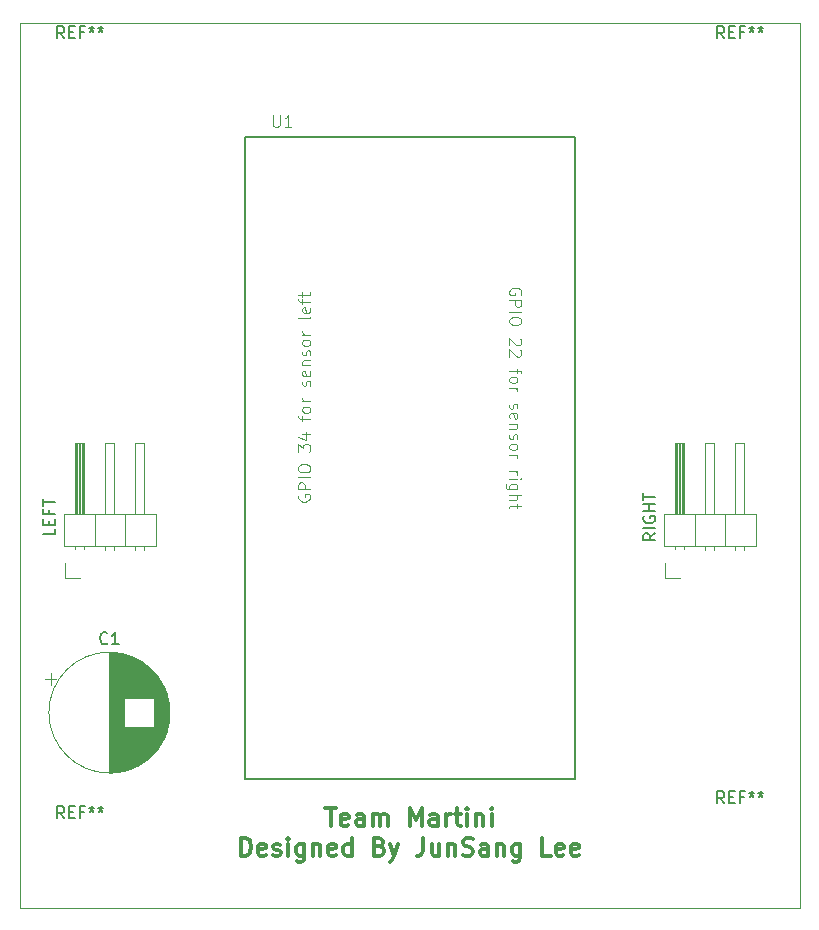
<source format=gbr>
%TF.GenerationSoftware,KiCad,Pcbnew,(5.1.9)-1*%
%TF.CreationDate,2021-05-26T20:45:15+09:00*%
%TF.ProjectId,esp32_nodemcu,65737033-325f-46e6-9f64-656d63752e6b,rev?*%
%TF.SameCoordinates,Original*%
%TF.FileFunction,Legend,Top*%
%TF.FilePolarity,Positive*%
%FSLAX46Y46*%
G04 Gerber Fmt 4.6, Leading zero omitted, Abs format (unit mm)*
G04 Created by KiCad (PCBNEW (5.1.9)-1) date 2021-05-26 20:45:15*
%MOMM*%
%LPD*%
G01*
G04 APERTURE LIST*
%ADD10C,0.300000*%
%ADD11C,0.100000*%
%TA.AperFunction,Profile*%
%ADD12C,0.050000*%
%TD*%
%ADD13C,0.127000*%
%ADD14C,0.120000*%
%ADD15C,0.015000*%
%ADD16C,0.150000*%
G04 APERTURE END LIST*
D10*
X150337142Y-124903571D02*
X151194285Y-124903571D01*
X150765714Y-126403571D02*
X150765714Y-124903571D01*
X152265714Y-126332142D02*
X152122857Y-126403571D01*
X151837142Y-126403571D01*
X151694285Y-126332142D01*
X151622857Y-126189285D01*
X151622857Y-125617857D01*
X151694285Y-125475000D01*
X151837142Y-125403571D01*
X152122857Y-125403571D01*
X152265714Y-125475000D01*
X152337142Y-125617857D01*
X152337142Y-125760714D01*
X151622857Y-125903571D01*
X153622857Y-126403571D02*
X153622857Y-125617857D01*
X153551428Y-125475000D01*
X153408571Y-125403571D01*
X153122857Y-125403571D01*
X152980000Y-125475000D01*
X153622857Y-126332142D02*
X153480000Y-126403571D01*
X153122857Y-126403571D01*
X152980000Y-126332142D01*
X152908571Y-126189285D01*
X152908571Y-126046428D01*
X152980000Y-125903571D01*
X153122857Y-125832142D01*
X153480000Y-125832142D01*
X153622857Y-125760714D01*
X154337142Y-126403571D02*
X154337142Y-125403571D01*
X154337142Y-125546428D02*
X154408571Y-125475000D01*
X154551428Y-125403571D01*
X154765714Y-125403571D01*
X154908571Y-125475000D01*
X154980000Y-125617857D01*
X154980000Y-126403571D01*
X154980000Y-125617857D02*
X155051428Y-125475000D01*
X155194285Y-125403571D01*
X155408571Y-125403571D01*
X155551428Y-125475000D01*
X155622857Y-125617857D01*
X155622857Y-126403571D01*
X157480000Y-126403571D02*
X157480000Y-124903571D01*
X157980000Y-125975000D01*
X158480000Y-124903571D01*
X158480000Y-126403571D01*
X159837142Y-126403571D02*
X159837142Y-125617857D01*
X159765714Y-125475000D01*
X159622857Y-125403571D01*
X159337142Y-125403571D01*
X159194285Y-125475000D01*
X159837142Y-126332142D02*
X159694285Y-126403571D01*
X159337142Y-126403571D01*
X159194285Y-126332142D01*
X159122857Y-126189285D01*
X159122857Y-126046428D01*
X159194285Y-125903571D01*
X159337142Y-125832142D01*
X159694285Y-125832142D01*
X159837142Y-125760714D01*
X160551428Y-126403571D02*
X160551428Y-125403571D01*
X160551428Y-125689285D02*
X160622857Y-125546428D01*
X160694285Y-125475000D01*
X160837142Y-125403571D01*
X160980000Y-125403571D01*
X161265714Y-125403571D02*
X161837142Y-125403571D01*
X161480000Y-124903571D02*
X161480000Y-126189285D01*
X161551428Y-126332142D01*
X161694285Y-126403571D01*
X161837142Y-126403571D01*
X162337142Y-126403571D02*
X162337142Y-125403571D01*
X162337142Y-124903571D02*
X162265714Y-124975000D01*
X162337142Y-125046428D01*
X162408571Y-124975000D01*
X162337142Y-124903571D01*
X162337142Y-125046428D01*
X163051428Y-125403571D02*
X163051428Y-126403571D01*
X163051428Y-125546428D02*
X163122857Y-125475000D01*
X163265714Y-125403571D01*
X163480000Y-125403571D01*
X163622857Y-125475000D01*
X163694285Y-125617857D01*
X163694285Y-126403571D01*
X164408571Y-126403571D02*
X164408571Y-125403571D01*
X164408571Y-124903571D02*
X164337142Y-124975000D01*
X164408571Y-125046428D01*
X164480000Y-124975000D01*
X164408571Y-124903571D01*
X164408571Y-125046428D01*
X143194285Y-128953571D02*
X143194285Y-127453571D01*
X143551428Y-127453571D01*
X143765714Y-127525000D01*
X143908571Y-127667857D01*
X143980000Y-127810714D01*
X144051428Y-128096428D01*
X144051428Y-128310714D01*
X143980000Y-128596428D01*
X143908571Y-128739285D01*
X143765714Y-128882142D01*
X143551428Y-128953571D01*
X143194285Y-128953571D01*
X145265714Y-128882142D02*
X145122857Y-128953571D01*
X144837142Y-128953571D01*
X144694285Y-128882142D01*
X144622857Y-128739285D01*
X144622857Y-128167857D01*
X144694285Y-128025000D01*
X144837142Y-127953571D01*
X145122857Y-127953571D01*
X145265714Y-128025000D01*
X145337142Y-128167857D01*
X145337142Y-128310714D01*
X144622857Y-128453571D01*
X145908571Y-128882142D02*
X146051428Y-128953571D01*
X146337142Y-128953571D01*
X146480000Y-128882142D01*
X146551428Y-128739285D01*
X146551428Y-128667857D01*
X146480000Y-128525000D01*
X146337142Y-128453571D01*
X146122857Y-128453571D01*
X145980000Y-128382142D01*
X145908571Y-128239285D01*
X145908571Y-128167857D01*
X145980000Y-128025000D01*
X146122857Y-127953571D01*
X146337142Y-127953571D01*
X146480000Y-128025000D01*
X147194285Y-128953571D02*
X147194285Y-127953571D01*
X147194285Y-127453571D02*
X147122857Y-127525000D01*
X147194285Y-127596428D01*
X147265714Y-127525000D01*
X147194285Y-127453571D01*
X147194285Y-127596428D01*
X148551428Y-127953571D02*
X148551428Y-129167857D01*
X148480000Y-129310714D01*
X148408571Y-129382142D01*
X148265714Y-129453571D01*
X148051428Y-129453571D01*
X147908571Y-129382142D01*
X148551428Y-128882142D02*
X148408571Y-128953571D01*
X148122857Y-128953571D01*
X147980000Y-128882142D01*
X147908571Y-128810714D01*
X147837142Y-128667857D01*
X147837142Y-128239285D01*
X147908571Y-128096428D01*
X147980000Y-128025000D01*
X148122857Y-127953571D01*
X148408571Y-127953571D01*
X148551428Y-128025000D01*
X149265714Y-127953571D02*
X149265714Y-128953571D01*
X149265714Y-128096428D02*
X149337142Y-128025000D01*
X149480000Y-127953571D01*
X149694285Y-127953571D01*
X149837142Y-128025000D01*
X149908571Y-128167857D01*
X149908571Y-128953571D01*
X151194285Y-128882142D02*
X151051428Y-128953571D01*
X150765714Y-128953571D01*
X150622857Y-128882142D01*
X150551428Y-128739285D01*
X150551428Y-128167857D01*
X150622857Y-128025000D01*
X150765714Y-127953571D01*
X151051428Y-127953571D01*
X151194285Y-128025000D01*
X151265714Y-128167857D01*
X151265714Y-128310714D01*
X150551428Y-128453571D01*
X152551428Y-128953571D02*
X152551428Y-127453571D01*
X152551428Y-128882142D02*
X152408571Y-128953571D01*
X152122857Y-128953571D01*
X151980000Y-128882142D01*
X151908571Y-128810714D01*
X151837142Y-128667857D01*
X151837142Y-128239285D01*
X151908571Y-128096428D01*
X151980000Y-128025000D01*
X152122857Y-127953571D01*
X152408571Y-127953571D01*
X152551428Y-128025000D01*
X154908571Y-128167857D02*
X155122857Y-128239285D01*
X155194285Y-128310714D01*
X155265714Y-128453571D01*
X155265714Y-128667857D01*
X155194285Y-128810714D01*
X155122857Y-128882142D01*
X154980000Y-128953571D01*
X154408571Y-128953571D01*
X154408571Y-127453571D01*
X154908571Y-127453571D01*
X155051428Y-127525000D01*
X155122857Y-127596428D01*
X155194285Y-127739285D01*
X155194285Y-127882142D01*
X155122857Y-128025000D01*
X155051428Y-128096428D01*
X154908571Y-128167857D01*
X154408571Y-128167857D01*
X155765714Y-127953571D02*
X156122857Y-128953571D01*
X156480000Y-127953571D02*
X156122857Y-128953571D01*
X155980000Y-129310714D01*
X155908571Y-129382142D01*
X155765714Y-129453571D01*
X158622857Y-127453571D02*
X158622857Y-128525000D01*
X158551428Y-128739285D01*
X158408571Y-128882142D01*
X158194285Y-128953571D01*
X158051428Y-128953571D01*
X159980000Y-127953571D02*
X159980000Y-128953571D01*
X159337142Y-127953571D02*
X159337142Y-128739285D01*
X159408571Y-128882142D01*
X159551428Y-128953571D01*
X159765714Y-128953571D01*
X159908571Y-128882142D01*
X159980000Y-128810714D01*
X160694285Y-127953571D02*
X160694285Y-128953571D01*
X160694285Y-128096428D02*
X160765714Y-128025000D01*
X160908571Y-127953571D01*
X161122857Y-127953571D01*
X161265714Y-128025000D01*
X161337142Y-128167857D01*
X161337142Y-128953571D01*
X161980000Y-128882142D02*
X162194285Y-128953571D01*
X162551428Y-128953571D01*
X162694285Y-128882142D01*
X162765714Y-128810714D01*
X162837142Y-128667857D01*
X162837142Y-128525000D01*
X162765714Y-128382142D01*
X162694285Y-128310714D01*
X162551428Y-128239285D01*
X162265714Y-128167857D01*
X162122857Y-128096428D01*
X162051428Y-128025000D01*
X161980000Y-127882142D01*
X161980000Y-127739285D01*
X162051428Y-127596428D01*
X162122857Y-127525000D01*
X162265714Y-127453571D01*
X162622857Y-127453571D01*
X162837142Y-127525000D01*
X164122857Y-128953571D02*
X164122857Y-128167857D01*
X164051428Y-128025000D01*
X163908571Y-127953571D01*
X163622857Y-127953571D01*
X163480000Y-128025000D01*
X164122857Y-128882142D02*
X163980000Y-128953571D01*
X163622857Y-128953571D01*
X163480000Y-128882142D01*
X163408571Y-128739285D01*
X163408571Y-128596428D01*
X163480000Y-128453571D01*
X163622857Y-128382142D01*
X163980000Y-128382142D01*
X164122857Y-128310714D01*
X164837142Y-127953571D02*
X164837142Y-128953571D01*
X164837142Y-128096428D02*
X164908571Y-128025000D01*
X165051428Y-127953571D01*
X165265714Y-127953571D01*
X165408571Y-128025000D01*
X165480000Y-128167857D01*
X165480000Y-128953571D01*
X166837142Y-127953571D02*
X166837142Y-129167857D01*
X166765714Y-129310714D01*
X166694285Y-129382142D01*
X166551428Y-129453571D01*
X166337142Y-129453571D01*
X166194285Y-129382142D01*
X166837142Y-128882142D02*
X166694285Y-128953571D01*
X166408571Y-128953571D01*
X166265714Y-128882142D01*
X166194285Y-128810714D01*
X166122857Y-128667857D01*
X166122857Y-128239285D01*
X166194285Y-128096428D01*
X166265714Y-128025000D01*
X166408571Y-127953571D01*
X166694285Y-127953571D01*
X166837142Y-128025000D01*
X169408571Y-128953571D02*
X168694285Y-128953571D01*
X168694285Y-127453571D01*
X170480000Y-128882142D02*
X170337142Y-128953571D01*
X170051428Y-128953571D01*
X169908571Y-128882142D01*
X169837142Y-128739285D01*
X169837142Y-128167857D01*
X169908571Y-128025000D01*
X170051428Y-127953571D01*
X170337142Y-127953571D01*
X170480000Y-128025000D01*
X170551428Y-128167857D01*
X170551428Y-128310714D01*
X169837142Y-128453571D01*
X171765714Y-128882142D02*
X171622857Y-128953571D01*
X171337142Y-128953571D01*
X171194285Y-128882142D01*
X171122857Y-128739285D01*
X171122857Y-128167857D01*
X171194285Y-128025000D01*
X171337142Y-127953571D01*
X171622857Y-127953571D01*
X171765714Y-128025000D01*
X171837142Y-128167857D01*
X171837142Y-128310714D01*
X171122857Y-128453571D01*
D11*
X148090000Y-98408095D02*
X148042380Y-98503333D01*
X148042380Y-98646190D01*
X148090000Y-98789047D01*
X148185238Y-98884285D01*
X148280476Y-98931904D01*
X148470952Y-98979523D01*
X148613809Y-98979523D01*
X148804285Y-98931904D01*
X148899523Y-98884285D01*
X148994761Y-98789047D01*
X149042380Y-98646190D01*
X149042380Y-98550952D01*
X148994761Y-98408095D01*
X148947142Y-98360476D01*
X148613809Y-98360476D01*
X148613809Y-98550952D01*
X149042380Y-97931904D02*
X148042380Y-97931904D01*
X148042380Y-97550952D01*
X148090000Y-97455714D01*
X148137619Y-97408095D01*
X148232857Y-97360476D01*
X148375714Y-97360476D01*
X148470952Y-97408095D01*
X148518571Y-97455714D01*
X148566190Y-97550952D01*
X148566190Y-97931904D01*
X149042380Y-96931904D02*
X148042380Y-96931904D01*
X148042380Y-96265238D02*
X148042380Y-96074761D01*
X148090000Y-95979523D01*
X148185238Y-95884285D01*
X148375714Y-95836666D01*
X148709047Y-95836666D01*
X148899523Y-95884285D01*
X148994761Y-95979523D01*
X149042380Y-96074761D01*
X149042380Y-96265238D01*
X148994761Y-96360476D01*
X148899523Y-96455714D01*
X148709047Y-96503333D01*
X148375714Y-96503333D01*
X148185238Y-96455714D01*
X148090000Y-96360476D01*
X148042380Y-96265238D01*
X148042380Y-94741428D02*
X148042380Y-94122380D01*
X148423333Y-94455714D01*
X148423333Y-94312857D01*
X148470952Y-94217619D01*
X148518571Y-94170000D01*
X148613809Y-94122380D01*
X148851904Y-94122380D01*
X148947142Y-94170000D01*
X148994761Y-94217619D01*
X149042380Y-94312857D01*
X149042380Y-94598571D01*
X148994761Y-94693809D01*
X148947142Y-94741428D01*
X148375714Y-93265238D02*
X149042380Y-93265238D01*
X147994761Y-93503333D02*
X148709047Y-93741428D01*
X148709047Y-93122380D01*
X148375714Y-92122380D02*
X148375714Y-91741428D01*
X149042380Y-91979523D02*
X148185238Y-91979523D01*
X148090000Y-91931904D01*
X148042380Y-91836666D01*
X148042380Y-91741428D01*
X149042380Y-91265238D02*
X148994761Y-91360476D01*
X148947142Y-91408095D01*
X148851904Y-91455714D01*
X148566190Y-91455714D01*
X148470952Y-91408095D01*
X148423333Y-91360476D01*
X148375714Y-91265238D01*
X148375714Y-91122380D01*
X148423333Y-91027142D01*
X148470952Y-90979523D01*
X148566190Y-90931904D01*
X148851904Y-90931904D01*
X148947142Y-90979523D01*
X148994761Y-91027142D01*
X149042380Y-91122380D01*
X149042380Y-91265238D01*
X149042380Y-90503333D02*
X148375714Y-90503333D01*
X148566190Y-90503333D02*
X148470952Y-90455714D01*
X148423333Y-90408095D01*
X148375714Y-90312857D01*
X148375714Y-90217619D01*
X148994761Y-89170000D02*
X149042380Y-89074761D01*
X149042380Y-88884285D01*
X148994761Y-88789047D01*
X148899523Y-88741428D01*
X148851904Y-88741428D01*
X148756666Y-88789047D01*
X148709047Y-88884285D01*
X148709047Y-89027142D01*
X148661428Y-89122380D01*
X148566190Y-89170000D01*
X148518571Y-89170000D01*
X148423333Y-89122380D01*
X148375714Y-89027142D01*
X148375714Y-88884285D01*
X148423333Y-88789047D01*
X148994761Y-87931904D02*
X149042380Y-88027142D01*
X149042380Y-88217619D01*
X148994761Y-88312857D01*
X148899523Y-88360476D01*
X148518571Y-88360476D01*
X148423333Y-88312857D01*
X148375714Y-88217619D01*
X148375714Y-88027142D01*
X148423333Y-87931904D01*
X148518571Y-87884285D01*
X148613809Y-87884285D01*
X148709047Y-88360476D01*
X148375714Y-87455714D02*
X149042380Y-87455714D01*
X148470952Y-87455714D02*
X148423333Y-87408095D01*
X148375714Y-87312857D01*
X148375714Y-87170000D01*
X148423333Y-87074761D01*
X148518571Y-87027142D01*
X149042380Y-87027142D01*
X148994761Y-86598571D02*
X149042380Y-86503333D01*
X149042380Y-86312857D01*
X148994761Y-86217619D01*
X148899523Y-86170000D01*
X148851904Y-86170000D01*
X148756666Y-86217619D01*
X148709047Y-86312857D01*
X148709047Y-86455714D01*
X148661428Y-86550952D01*
X148566190Y-86598571D01*
X148518571Y-86598571D01*
X148423333Y-86550952D01*
X148375714Y-86455714D01*
X148375714Y-86312857D01*
X148423333Y-86217619D01*
X149042380Y-85598571D02*
X148994761Y-85693809D01*
X148947142Y-85741428D01*
X148851904Y-85789047D01*
X148566190Y-85789047D01*
X148470952Y-85741428D01*
X148423333Y-85693809D01*
X148375714Y-85598571D01*
X148375714Y-85455714D01*
X148423333Y-85360476D01*
X148470952Y-85312857D01*
X148566190Y-85265238D01*
X148851904Y-85265238D01*
X148947142Y-85312857D01*
X148994761Y-85360476D01*
X149042380Y-85455714D01*
X149042380Y-85598571D01*
X149042380Y-84836666D02*
X148375714Y-84836666D01*
X148566190Y-84836666D02*
X148470952Y-84789047D01*
X148423333Y-84741428D01*
X148375714Y-84646190D01*
X148375714Y-84550952D01*
X149042380Y-83312857D02*
X148994761Y-83408095D01*
X148899523Y-83455714D01*
X148042380Y-83455714D01*
X148994761Y-82550952D02*
X149042380Y-82646190D01*
X149042380Y-82836666D01*
X148994761Y-82931904D01*
X148899523Y-82979523D01*
X148518571Y-82979523D01*
X148423333Y-82931904D01*
X148375714Y-82836666D01*
X148375714Y-82646190D01*
X148423333Y-82550952D01*
X148518571Y-82503333D01*
X148613809Y-82503333D01*
X148709047Y-82979523D01*
X148375714Y-82217619D02*
X148375714Y-81836666D01*
X149042380Y-82074761D02*
X148185238Y-82074761D01*
X148090000Y-82027142D01*
X148042380Y-81931904D01*
X148042380Y-81836666D01*
X148375714Y-81646190D02*
X148375714Y-81265238D01*
X148042380Y-81503333D02*
X148899523Y-81503333D01*
X148994761Y-81455714D01*
X149042380Y-81360476D01*
X149042380Y-81265238D01*
X166870000Y-81455714D02*
X166917619Y-81360476D01*
X166917619Y-81217619D01*
X166870000Y-81074761D01*
X166774761Y-80979523D01*
X166679523Y-80931904D01*
X166489047Y-80884285D01*
X166346190Y-80884285D01*
X166155714Y-80931904D01*
X166060476Y-80979523D01*
X165965238Y-81074761D01*
X165917619Y-81217619D01*
X165917619Y-81312857D01*
X165965238Y-81455714D01*
X166012857Y-81503333D01*
X166346190Y-81503333D01*
X166346190Y-81312857D01*
X165917619Y-81931904D02*
X166917619Y-81931904D01*
X166917619Y-82312857D01*
X166870000Y-82408095D01*
X166822380Y-82455714D01*
X166727142Y-82503333D01*
X166584285Y-82503333D01*
X166489047Y-82455714D01*
X166441428Y-82408095D01*
X166393809Y-82312857D01*
X166393809Y-81931904D01*
X165917619Y-82931904D02*
X166917619Y-82931904D01*
X166917619Y-83598571D02*
X166917619Y-83789047D01*
X166870000Y-83884285D01*
X166774761Y-83979523D01*
X166584285Y-84027142D01*
X166250952Y-84027142D01*
X166060476Y-83979523D01*
X165965238Y-83884285D01*
X165917619Y-83789047D01*
X165917619Y-83598571D01*
X165965238Y-83503333D01*
X166060476Y-83408095D01*
X166250952Y-83360476D01*
X166584285Y-83360476D01*
X166774761Y-83408095D01*
X166870000Y-83503333D01*
X166917619Y-83598571D01*
X166822380Y-85170000D02*
X166870000Y-85217619D01*
X166917619Y-85312857D01*
X166917619Y-85550952D01*
X166870000Y-85646190D01*
X166822380Y-85693809D01*
X166727142Y-85741428D01*
X166631904Y-85741428D01*
X166489047Y-85693809D01*
X165917619Y-85122380D01*
X165917619Y-85741428D01*
X166822380Y-86122380D02*
X166870000Y-86170000D01*
X166917619Y-86265238D01*
X166917619Y-86503333D01*
X166870000Y-86598571D01*
X166822380Y-86646190D01*
X166727142Y-86693809D01*
X166631904Y-86693809D01*
X166489047Y-86646190D01*
X165917619Y-86074761D01*
X165917619Y-86693809D01*
X166584285Y-87741428D02*
X166584285Y-88122380D01*
X165917619Y-87884285D02*
X166774761Y-87884285D01*
X166870000Y-87931904D01*
X166917619Y-88027142D01*
X166917619Y-88122380D01*
X165917619Y-88598571D02*
X165965238Y-88503333D01*
X166012857Y-88455714D01*
X166108095Y-88408095D01*
X166393809Y-88408095D01*
X166489047Y-88455714D01*
X166536666Y-88503333D01*
X166584285Y-88598571D01*
X166584285Y-88741428D01*
X166536666Y-88836666D01*
X166489047Y-88884285D01*
X166393809Y-88931904D01*
X166108095Y-88931904D01*
X166012857Y-88884285D01*
X165965238Y-88836666D01*
X165917619Y-88741428D01*
X165917619Y-88598571D01*
X165917619Y-89360476D02*
X166584285Y-89360476D01*
X166393809Y-89360476D02*
X166489047Y-89408095D01*
X166536666Y-89455714D01*
X166584285Y-89550952D01*
X166584285Y-89646190D01*
X165965238Y-90693809D02*
X165917619Y-90789047D01*
X165917619Y-90979523D01*
X165965238Y-91074761D01*
X166060476Y-91122380D01*
X166108095Y-91122380D01*
X166203333Y-91074761D01*
X166250952Y-90979523D01*
X166250952Y-90836666D01*
X166298571Y-90741428D01*
X166393809Y-90693809D01*
X166441428Y-90693809D01*
X166536666Y-90741428D01*
X166584285Y-90836666D01*
X166584285Y-90979523D01*
X166536666Y-91074761D01*
X165965238Y-91931904D02*
X165917619Y-91836666D01*
X165917619Y-91646190D01*
X165965238Y-91550952D01*
X166060476Y-91503333D01*
X166441428Y-91503333D01*
X166536666Y-91550952D01*
X166584285Y-91646190D01*
X166584285Y-91836666D01*
X166536666Y-91931904D01*
X166441428Y-91979523D01*
X166346190Y-91979523D01*
X166250952Y-91503333D01*
X166584285Y-92408095D02*
X165917619Y-92408095D01*
X166489047Y-92408095D02*
X166536666Y-92455714D01*
X166584285Y-92550952D01*
X166584285Y-92693809D01*
X166536666Y-92789047D01*
X166441428Y-92836666D01*
X165917619Y-92836666D01*
X165965238Y-93265238D02*
X165917619Y-93360476D01*
X165917619Y-93550952D01*
X165965238Y-93646190D01*
X166060476Y-93693809D01*
X166108095Y-93693809D01*
X166203333Y-93646190D01*
X166250952Y-93550952D01*
X166250952Y-93408095D01*
X166298571Y-93312857D01*
X166393809Y-93265238D01*
X166441428Y-93265238D01*
X166536666Y-93312857D01*
X166584285Y-93408095D01*
X166584285Y-93550952D01*
X166536666Y-93646190D01*
X165917619Y-94265238D02*
X165965238Y-94170000D01*
X166012857Y-94122380D01*
X166108095Y-94074761D01*
X166393809Y-94074761D01*
X166489047Y-94122380D01*
X166536666Y-94170000D01*
X166584285Y-94265238D01*
X166584285Y-94408095D01*
X166536666Y-94503333D01*
X166489047Y-94550952D01*
X166393809Y-94598571D01*
X166108095Y-94598571D01*
X166012857Y-94550952D01*
X165965238Y-94503333D01*
X165917619Y-94408095D01*
X165917619Y-94265238D01*
X165917619Y-95027142D02*
X166584285Y-95027142D01*
X166393809Y-95027142D02*
X166489047Y-95074761D01*
X166536666Y-95122380D01*
X166584285Y-95217619D01*
X166584285Y-95312857D01*
X165917619Y-96408095D02*
X166584285Y-96408095D01*
X166393809Y-96408095D02*
X166489047Y-96455714D01*
X166536666Y-96503333D01*
X166584285Y-96598571D01*
X166584285Y-96693809D01*
X165917619Y-97027142D02*
X166584285Y-97027142D01*
X166917619Y-97027142D02*
X166870000Y-96979523D01*
X166822380Y-97027142D01*
X166870000Y-97074761D01*
X166917619Y-97027142D01*
X166822380Y-97027142D01*
X166584285Y-97931904D02*
X165774761Y-97931904D01*
X165679523Y-97884285D01*
X165631904Y-97836666D01*
X165584285Y-97741428D01*
X165584285Y-97598571D01*
X165631904Y-97503333D01*
X165965238Y-97931904D02*
X165917619Y-97836666D01*
X165917619Y-97646190D01*
X165965238Y-97550952D01*
X166012857Y-97503333D01*
X166108095Y-97455714D01*
X166393809Y-97455714D01*
X166489047Y-97503333D01*
X166536666Y-97550952D01*
X166584285Y-97646190D01*
X166584285Y-97836666D01*
X166536666Y-97931904D01*
X165917619Y-98408095D02*
X166917619Y-98408095D01*
X165917619Y-98836666D02*
X166441428Y-98836666D01*
X166536666Y-98789047D01*
X166584285Y-98693809D01*
X166584285Y-98550952D01*
X166536666Y-98455714D01*
X166489047Y-98408095D01*
X166584285Y-99170000D02*
X166584285Y-99550952D01*
X166917619Y-99312857D02*
X166060476Y-99312857D01*
X165965238Y-99360476D01*
X165917619Y-99455714D01*
X165917619Y-99550952D01*
D12*
X190500000Y-58420000D02*
X190500000Y-133350000D01*
X124460000Y-58420000D02*
X190500000Y-58420000D01*
X124460000Y-133350000D02*
X124460000Y-58420000D01*
X190500000Y-133350000D02*
X124460000Y-133350000D01*
D13*
%TO.C,U1*%
X171430000Y-122500000D02*
X143530000Y-122500000D01*
X171430000Y-68100000D02*
X171430000Y-122500000D01*
X143530000Y-68100000D02*
X171430000Y-68100000D01*
X143530000Y-122500000D02*
X143530000Y-68100000D01*
D14*
%TO.C,C1*%
X137160000Y-116840000D02*
G75*
G03*
X137160000Y-116840000I-5120000J0D01*
G01*
X132040000Y-111760000D02*
X132040000Y-121920000D01*
X132080000Y-111760000D02*
X132080000Y-121920000D01*
X132120000Y-111760000D02*
X132120000Y-121920000D01*
X132160000Y-111761000D02*
X132160000Y-121919000D01*
X132200000Y-111762000D02*
X132200000Y-121918000D01*
X132240000Y-111763000D02*
X132240000Y-121917000D01*
X132280000Y-111765000D02*
X132280000Y-121915000D01*
X132320000Y-111767000D02*
X132320000Y-121913000D01*
X132360000Y-111770000D02*
X132360000Y-121910000D01*
X132400000Y-111772000D02*
X132400000Y-121908000D01*
X132440000Y-111775000D02*
X132440000Y-121905000D01*
X132480000Y-111778000D02*
X132480000Y-121902000D01*
X132520000Y-111782000D02*
X132520000Y-121898000D01*
X132560000Y-111786000D02*
X132560000Y-121894000D01*
X132600000Y-111790000D02*
X132600000Y-121890000D01*
X132640000Y-111795000D02*
X132640000Y-121885000D01*
X132680000Y-111800000D02*
X132680000Y-121880000D01*
X132720000Y-111805000D02*
X132720000Y-121875000D01*
X132761000Y-111810000D02*
X132761000Y-121870000D01*
X132801000Y-111816000D02*
X132801000Y-121864000D01*
X132841000Y-111822000D02*
X132841000Y-121858000D01*
X132881000Y-111829000D02*
X132881000Y-121851000D01*
X132921000Y-111836000D02*
X132921000Y-121844000D01*
X132961000Y-111843000D02*
X132961000Y-121837000D01*
X133001000Y-111850000D02*
X133001000Y-121830000D01*
X133041000Y-111858000D02*
X133041000Y-121822000D01*
X133081000Y-111866000D02*
X133081000Y-121814000D01*
X133121000Y-111875000D02*
X133121000Y-121805000D01*
X133161000Y-111884000D02*
X133161000Y-121796000D01*
X133201000Y-111893000D02*
X133201000Y-121787000D01*
X133241000Y-111902000D02*
X133241000Y-121778000D01*
X133281000Y-111912000D02*
X133281000Y-121768000D01*
X133321000Y-111922000D02*
X133321000Y-115599000D01*
X133321000Y-118081000D02*
X133321000Y-121758000D01*
X133361000Y-111933000D02*
X133361000Y-115599000D01*
X133361000Y-118081000D02*
X133361000Y-121747000D01*
X133401000Y-111943000D02*
X133401000Y-115599000D01*
X133401000Y-118081000D02*
X133401000Y-121737000D01*
X133441000Y-111955000D02*
X133441000Y-115599000D01*
X133441000Y-118081000D02*
X133441000Y-121725000D01*
X133481000Y-111966000D02*
X133481000Y-115599000D01*
X133481000Y-118081000D02*
X133481000Y-121714000D01*
X133521000Y-111978000D02*
X133521000Y-115599000D01*
X133521000Y-118081000D02*
X133521000Y-121702000D01*
X133561000Y-111990000D02*
X133561000Y-115599000D01*
X133561000Y-118081000D02*
X133561000Y-121690000D01*
X133601000Y-112003000D02*
X133601000Y-115599000D01*
X133601000Y-118081000D02*
X133601000Y-121677000D01*
X133641000Y-112016000D02*
X133641000Y-115599000D01*
X133641000Y-118081000D02*
X133641000Y-121664000D01*
X133681000Y-112029000D02*
X133681000Y-115599000D01*
X133681000Y-118081000D02*
X133681000Y-121651000D01*
X133721000Y-112043000D02*
X133721000Y-115599000D01*
X133721000Y-118081000D02*
X133721000Y-121637000D01*
X133761000Y-112057000D02*
X133761000Y-115599000D01*
X133761000Y-118081000D02*
X133761000Y-121623000D01*
X133801000Y-112072000D02*
X133801000Y-115599000D01*
X133801000Y-118081000D02*
X133801000Y-121608000D01*
X133841000Y-112086000D02*
X133841000Y-115599000D01*
X133841000Y-118081000D02*
X133841000Y-121594000D01*
X133881000Y-112102000D02*
X133881000Y-115599000D01*
X133881000Y-118081000D02*
X133881000Y-121578000D01*
X133921000Y-112117000D02*
X133921000Y-115599000D01*
X133921000Y-118081000D02*
X133921000Y-121563000D01*
X133961000Y-112133000D02*
X133961000Y-115599000D01*
X133961000Y-118081000D02*
X133961000Y-121547000D01*
X134001000Y-112150000D02*
X134001000Y-115599000D01*
X134001000Y-118081000D02*
X134001000Y-121530000D01*
X134041000Y-112166000D02*
X134041000Y-115599000D01*
X134041000Y-118081000D02*
X134041000Y-121514000D01*
X134081000Y-112183000D02*
X134081000Y-115599000D01*
X134081000Y-118081000D02*
X134081000Y-121497000D01*
X134121000Y-112201000D02*
X134121000Y-115599000D01*
X134121000Y-118081000D02*
X134121000Y-121479000D01*
X134161000Y-112219000D02*
X134161000Y-115599000D01*
X134161000Y-118081000D02*
X134161000Y-121461000D01*
X134201000Y-112237000D02*
X134201000Y-115599000D01*
X134201000Y-118081000D02*
X134201000Y-121443000D01*
X134241000Y-112256000D02*
X134241000Y-115599000D01*
X134241000Y-118081000D02*
X134241000Y-121424000D01*
X134281000Y-112276000D02*
X134281000Y-115599000D01*
X134281000Y-118081000D02*
X134281000Y-121404000D01*
X134321000Y-112295000D02*
X134321000Y-115599000D01*
X134321000Y-118081000D02*
X134321000Y-121385000D01*
X134361000Y-112315000D02*
X134361000Y-115599000D01*
X134361000Y-118081000D02*
X134361000Y-121365000D01*
X134401000Y-112336000D02*
X134401000Y-115599000D01*
X134401000Y-118081000D02*
X134401000Y-121344000D01*
X134441000Y-112357000D02*
X134441000Y-115599000D01*
X134441000Y-118081000D02*
X134441000Y-121323000D01*
X134481000Y-112378000D02*
X134481000Y-115599000D01*
X134481000Y-118081000D02*
X134481000Y-121302000D01*
X134521000Y-112400000D02*
X134521000Y-115599000D01*
X134521000Y-118081000D02*
X134521000Y-121280000D01*
X134561000Y-112423000D02*
X134561000Y-115599000D01*
X134561000Y-118081000D02*
X134561000Y-121257000D01*
X134601000Y-112445000D02*
X134601000Y-115599000D01*
X134601000Y-118081000D02*
X134601000Y-121235000D01*
X134641000Y-112469000D02*
X134641000Y-115599000D01*
X134641000Y-118081000D02*
X134641000Y-121211000D01*
X134681000Y-112493000D02*
X134681000Y-115599000D01*
X134681000Y-118081000D02*
X134681000Y-121187000D01*
X134721000Y-112517000D02*
X134721000Y-115599000D01*
X134721000Y-118081000D02*
X134721000Y-121163000D01*
X134761000Y-112542000D02*
X134761000Y-115599000D01*
X134761000Y-118081000D02*
X134761000Y-121138000D01*
X134801000Y-112567000D02*
X134801000Y-115599000D01*
X134801000Y-118081000D02*
X134801000Y-121113000D01*
X134841000Y-112593000D02*
X134841000Y-115599000D01*
X134841000Y-118081000D02*
X134841000Y-121087000D01*
X134881000Y-112619000D02*
X134881000Y-115599000D01*
X134881000Y-118081000D02*
X134881000Y-121061000D01*
X134921000Y-112646000D02*
X134921000Y-115599000D01*
X134921000Y-118081000D02*
X134921000Y-121034000D01*
X134961000Y-112674000D02*
X134961000Y-115599000D01*
X134961000Y-118081000D02*
X134961000Y-121006000D01*
X135001000Y-112702000D02*
X135001000Y-115599000D01*
X135001000Y-118081000D02*
X135001000Y-120978000D01*
X135041000Y-112730000D02*
X135041000Y-115599000D01*
X135041000Y-118081000D02*
X135041000Y-120950000D01*
X135081000Y-112760000D02*
X135081000Y-115599000D01*
X135081000Y-118081000D02*
X135081000Y-120920000D01*
X135121000Y-112790000D02*
X135121000Y-115599000D01*
X135121000Y-118081000D02*
X135121000Y-120890000D01*
X135161000Y-112820000D02*
X135161000Y-115599000D01*
X135161000Y-118081000D02*
X135161000Y-120860000D01*
X135201000Y-112851000D02*
X135201000Y-115599000D01*
X135201000Y-118081000D02*
X135201000Y-120829000D01*
X135241000Y-112883000D02*
X135241000Y-115599000D01*
X135241000Y-118081000D02*
X135241000Y-120797000D01*
X135281000Y-112915000D02*
X135281000Y-115599000D01*
X135281000Y-118081000D02*
X135281000Y-120765000D01*
X135321000Y-112948000D02*
X135321000Y-115599000D01*
X135321000Y-118081000D02*
X135321000Y-120732000D01*
X135361000Y-112982000D02*
X135361000Y-115599000D01*
X135361000Y-118081000D02*
X135361000Y-120698000D01*
X135401000Y-113016000D02*
X135401000Y-115599000D01*
X135401000Y-118081000D02*
X135401000Y-120664000D01*
X135441000Y-113051000D02*
X135441000Y-115599000D01*
X135441000Y-118081000D02*
X135441000Y-120629000D01*
X135481000Y-113087000D02*
X135481000Y-115599000D01*
X135481000Y-118081000D02*
X135481000Y-120593000D01*
X135521000Y-113124000D02*
X135521000Y-115599000D01*
X135521000Y-118081000D02*
X135521000Y-120556000D01*
X135561000Y-113161000D02*
X135561000Y-115599000D01*
X135561000Y-118081000D02*
X135561000Y-120519000D01*
X135601000Y-113200000D02*
X135601000Y-115599000D01*
X135601000Y-118081000D02*
X135601000Y-120480000D01*
X135641000Y-113239000D02*
X135641000Y-115599000D01*
X135641000Y-118081000D02*
X135641000Y-120441000D01*
X135681000Y-113279000D02*
X135681000Y-115599000D01*
X135681000Y-118081000D02*
X135681000Y-120401000D01*
X135721000Y-113320000D02*
X135721000Y-115599000D01*
X135721000Y-118081000D02*
X135721000Y-120360000D01*
X135761000Y-113362000D02*
X135761000Y-115599000D01*
X135761000Y-118081000D02*
X135761000Y-120318000D01*
X135801000Y-113404000D02*
X135801000Y-120276000D01*
X135841000Y-113448000D02*
X135841000Y-120232000D01*
X135881000Y-113493000D02*
X135881000Y-120187000D01*
X135921000Y-113539000D02*
X135921000Y-120141000D01*
X135961000Y-113586000D02*
X135961000Y-120094000D01*
X136001000Y-113634000D02*
X136001000Y-120046000D01*
X136041000Y-113684000D02*
X136041000Y-119996000D01*
X136081000Y-113734000D02*
X136081000Y-119946000D01*
X136121000Y-113786000D02*
X136121000Y-119894000D01*
X136161000Y-113840000D02*
X136161000Y-119840000D01*
X136201000Y-113895000D02*
X136201000Y-119785000D01*
X136241000Y-113951000D02*
X136241000Y-119729000D01*
X136281000Y-114010000D02*
X136281000Y-119670000D01*
X136321000Y-114070000D02*
X136321000Y-119610000D01*
X136361000Y-114131000D02*
X136361000Y-119549000D01*
X136401000Y-114195000D02*
X136401000Y-119485000D01*
X136441000Y-114261000D02*
X136441000Y-119419000D01*
X136481000Y-114330000D02*
X136481000Y-119350000D01*
X136521000Y-114401000D02*
X136521000Y-119279000D01*
X136561000Y-114475000D02*
X136561000Y-119205000D01*
X136601000Y-114551000D02*
X136601000Y-119129000D01*
X136641000Y-114631000D02*
X136641000Y-119049000D01*
X136681000Y-114715000D02*
X136681000Y-118965000D01*
X136721000Y-114803000D02*
X136721000Y-118877000D01*
X136761000Y-114896000D02*
X136761000Y-118784000D01*
X136801000Y-114994000D02*
X136801000Y-118686000D01*
X136841000Y-115098000D02*
X136841000Y-118582000D01*
X136881000Y-115210000D02*
X136881000Y-118470000D01*
X136921000Y-115330000D02*
X136921000Y-118350000D01*
X136961000Y-115462000D02*
X136961000Y-118218000D01*
X137001000Y-115610000D02*
X137001000Y-118070000D01*
X137041000Y-115778000D02*
X137041000Y-117902000D01*
X137081000Y-115978000D02*
X137081000Y-117702000D01*
X137121000Y-116241000D02*
X137121000Y-117439000D01*
X126560354Y-113965000D02*
X127560354Y-113965000D01*
X127060354Y-113465000D02*
X127060354Y-114465000D01*
%TO.C,LEFT*%
X128210000Y-102700000D02*
X135950000Y-102700000D01*
X135950000Y-102700000D02*
X135950000Y-100040000D01*
X135950000Y-100040000D02*
X128210000Y-100040000D01*
X128210000Y-100040000D02*
X128210000Y-102700000D01*
X129160000Y-100040000D02*
X129160000Y-94040000D01*
X129160000Y-94040000D02*
X129920000Y-94040000D01*
X129920000Y-94040000D02*
X129920000Y-100040000D01*
X129220000Y-100040000D02*
X129220000Y-94040000D01*
X129340000Y-100040000D02*
X129340000Y-94040000D01*
X129460000Y-100040000D02*
X129460000Y-94040000D01*
X129580000Y-100040000D02*
X129580000Y-94040000D01*
X129700000Y-100040000D02*
X129700000Y-94040000D01*
X129820000Y-100040000D02*
X129820000Y-94040000D01*
X129160000Y-103030000D02*
X129160000Y-102700000D01*
X129920000Y-103030000D02*
X129920000Y-102700000D01*
X130810000Y-102700000D02*
X130810000Y-100040000D01*
X131700000Y-100040000D02*
X131700000Y-94040000D01*
X131700000Y-94040000D02*
X132460000Y-94040000D01*
X132460000Y-94040000D02*
X132460000Y-100040000D01*
X131700000Y-103097071D02*
X131700000Y-102700000D01*
X132460000Y-103097071D02*
X132460000Y-102700000D01*
X133350000Y-102700000D02*
X133350000Y-100040000D01*
X134240000Y-100040000D02*
X134240000Y-94040000D01*
X134240000Y-94040000D02*
X135000000Y-94040000D01*
X135000000Y-94040000D02*
X135000000Y-100040000D01*
X134240000Y-103097071D02*
X134240000Y-102700000D01*
X135000000Y-103097071D02*
X135000000Y-102700000D01*
X129540000Y-105410000D02*
X128270000Y-105410000D01*
X128270000Y-105410000D02*
X128270000Y-104140000D01*
%TO.C,RIGHT*%
X179070000Y-105410000D02*
X179070000Y-104140000D01*
X180340000Y-105410000D02*
X179070000Y-105410000D01*
X185800000Y-103097071D02*
X185800000Y-102700000D01*
X185040000Y-103097071D02*
X185040000Y-102700000D01*
X185800000Y-94040000D02*
X185800000Y-100040000D01*
X185040000Y-94040000D02*
X185800000Y-94040000D01*
X185040000Y-100040000D02*
X185040000Y-94040000D01*
X184150000Y-102700000D02*
X184150000Y-100040000D01*
X183260000Y-103097071D02*
X183260000Y-102700000D01*
X182500000Y-103097071D02*
X182500000Y-102700000D01*
X183260000Y-94040000D02*
X183260000Y-100040000D01*
X182500000Y-94040000D02*
X183260000Y-94040000D01*
X182500000Y-100040000D02*
X182500000Y-94040000D01*
X181610000Y-102700000D02*
X181610000Y-100040000D01*
X180720000Y-103030000D02*
X180720000Y-102700000D01*
X179960000Y-103030000D02*
X179960000Y-102700000D01*
X180620000Y-100040000D02*
X180620000Y-94040000D01*
X180500000Y-100040000D02*
X180500000Y-94040000D01*
X180380000Y-100040000D02*
X180380000Y-94040000D01*
X180260000Y-100040000D02*
X180260000Y-94040000D01*
X180140000Y-100040000D02*
X180140000Y-94040000D01*
X180020000Y-100040000D02*
X180020000Y-94040000D01*
X180720000Y-94040000D02*
X180720000Y-100040000D01*
X179960000Y-94040000D02*
X180720000Y-94040000D01*
X179960000Y-100040000D02*
X179960000Y-94040000D01*
X179010000Y-100040000D02*
X179010000Y-102700000D01*
X186750000Y-100040000D02*
X179010000Y-100040000D01*
X186750000Y-102700000D02*
X186750000Y-100040000D01*
X179010000Y-102700000D02*
X186750000Y-102700000D01*
%TD*%
%TO.C,U1*%
D15*
X145888626Y-66256124D02*
X145888626Y-67065960D01*
X145936263Y-67161235D01*
X145983901Y-67208873D01*
X146079175Y-67256510D01*
X146269725Y-67256510D01*
X146365000Y-67208873D01*
X146412637Y-67161235D01*
X146460275Y-67065960D01*
X146460275Y-66256124D01*
X147460661Y-67256510D02*
X146889012Y-67256510D01*
X147174836Y-67256510D02*
X147174836Y-66256124D01*
X147079561Y-66399036D01*
X146984287Y-66494311D01*
X146889012Y-66541949D01*
%TO.C,REF\u002A\u002A*%
D16*
X128206666Y-125792380D02*
X127873333Y-125316190D01*
X127635238Y-125792380D02*
X127635238Y-124792380D01*
X128016190Y-124792380D01*
X128111428Y-124840000D01*
X128159047Y-124887619D01*
X128206666Y-124982857D01*
X128206666Y-125125714D01*
X128159047Y-125220952D01*
X128111428Y-125268571D01*
X128016190Y-125316190D01*
X127635238Y-125316190D01*
X128635238Y-125268571D02*
X128968571Y-125268571D01*
X129111428Y-125792380D02*
X128635238Y-125792380D01*
X128635238Y-124792380D01*
X129111428Y-124792380D01*
X129873333Y-125268571D02*
X129540000Y-125268571D01*
X129540000Y-125792380D02*
X129540000Y-124792380D01*
X130016190Y-124792380D01*
X130540000Y-124792380D02*
X130540000Y-125030476D01*
X130301904Y-124935238D02*
X130540000Y-125030476D01*
X130778095Y-124935238D01*
X130397142Y-125220952D02*
X130540000Y-125030476D01*
X130682857Y-125220952D01*
X131301904Y-124792380D02*
X131301904Y-125030476D01*
X131063809Y-124935238D02*
X131301904Y-125030476D01*
X131540000Y-124935238D01*
X131159047Y-125220952D02*
X131301904Y-125030476D01*
X131444761Y-125220952D01*
X184086666Y-124522380D02*
X183753333Y-124046190D01*
X183515238Y-124522380D02*
X183515238Y-123522380D01*
X183896190Y-123522380D01*
X183991428Y-123570000D01*
X184039047Y-123617619D01*
X184086666Y-123712857D01*
X184086666Y-123855714D01*
X184039047Y-123950952D01*
X183991428Y-123998571D01*
X183896190Y-124046190D01*
X183515238Y-124046190D01*
X184515238Y-123998571D02*
X184848571Y-123998571D01*
X184991428Y-124522380D02*
X184515238Y-124522380D01*
X184515238Y-123522380D01*
X184991428Y-123522380D01*
X185753333Y-123998571D02*
X185420000Y-123998571D01*
X185420000Y-124522380D02*
X185420000Y-123522380D01*
X185896190Y-123522380D01*
X186420000Y-123522380D02*
X186420000Y-123760476D01*
X186181904Y-123665238D02*
X186420000Y-123760476D01*
X186658095Y-123665238D01*
X186277142Y-123950952D02*
X186420000Y-123760476D01*
X186562857Y-123950952D01*
X187181904Y-123522380D02*
X187181904Y-123760476D01*
X186943809Y-123665238D02*
X187181904Y-123760476D01*
X187420000Y-123665238D01*
X187039047Y-123950952D02*
X187181904Y-123760476D01*
X187324761Y-123950952D01*
X128206666Y-59752380D02*
X127873333Y-59276190D01*
X127635238Y-59752380D02*
X127635238Y-58752380D01*
X128016190Y-58752380D01*
X128111428Y-58800000D01*
X128159047Y-58847619D01*
X128206666Y-58942857D01*
X128206666Y-59085714D01*
X128159047Y-59180952D01*
X128111428Y-59228571D01*
X128016190Y-59276190D01*
X127635238Y-59276190D01*
X128635238Y-59228571D02*
X128968571Y-59228571D01*
X129111428Y-59752380D02*
X128635238Y-59752380D01*
X128635238Y-58752380D01*
X129111428Y-58752380D01*
X129873333Y-59228571D02*
X129540000Y-59228571D01*
X129540000Y-59752380D02*
X129540000Y-58752380D01*
X130016190Y-58752380D01*
X130540000Y-58752380D02*
X130540000Y-58990476D01*
X130301904Y-58895238D02*
X130540000Y-58990476D01*
X130778095Y-58895238D01*
X130397142Y-59180952D02*
X130540000Y-58990476D01*
X130682857Y-59180952D01*
X131301904Y-58752380D02*
X131301904Y-58990476D01*
X131063809Y-58895238D02*
X131301904Y-58990476D01*
X131540000Y-58895238D01*
X131159047Y-59180952D02*
X131301904Y-58990476D01*
X131444761Y-59180952D01*
X184086666Y-59752380D02*
X183753333Y-59276190D01*
X183515238Y-59752380D02*
X183515238Y-58752380D01*
X183896190Y-58752380D01*
X183991428Y-58800000D01*
X184039047Y-58847619D01*
X184086666Y-58942857D01*
X184086666Y-59085714D01*
X184039047Y-59180952D01*
X183991428Y-59228571D01*
X183896190Y-59276190D01*
X183515238Y-59276190D01*
X184515238Y-59228571D02*
X184848571Y-59228571D01*
X184991428Y-59752380D02*
X184515238Y-59752380D01*
X184515238Y-58752380D01*
X184991428Y-58752380D01*
X185753333Y-59228571D02*
X185420000Y-59228571D01*
X185420000Y-59752380D02*
X185420000Y-58752380D01*
X185896190Y-58752380D01*
X186420000Y-58752380D02*
X186420000Y-58990476D01*
X186181904Y-58895238D02*
X186420000Y-58990476D01*
X186658095Y-58895238D01*
X186277142Y-59180952D02*
X186420000Y-58990476D01*
X186562857Y-59180952D01*
X187181904Y-58752380D02*
X187181904Y-58990476D01*
X186943809Y-58895238D02*
X187181904Y-58990476D01*
X187420000Y-58895238D01*
X187039047Y-59180952D02*
X187181904Y-58990476D01*
X187324761Y-59180952D01*
%TO.C,C1*%
X131873333Y-110947142D02*
X131825714Y-110994761D01*
X131682857Y-111042380D01*
X131587619Y-111042380D01*
X131444761Y-110994761D01*
X131349523Y-110899523D01*
X131301904Y-110804285D01*
X131254285Y-110613809D01*
X131254285Y-110470952D01*
X131301904Y-110280476D01*
X131349523Y-110185238D01*
X131444761Y-110090000D01*
X131587619Y-110042380D01*
X131682857Y-110042380D01*
X131825714Y-110090000D01*
X131873333Y-110137619D01*
X132825714Y-111042380D02*
X132254285Y-111042380D01*
X132540000Y-111042380D02*
X132540000Y-110042380D01*
X132444761Y-110185238D01*
X132349523Y-110280476D01*
X132254285Y-110328095D01*
%TO.C,LEFT*%
X127452380Y-101282380D02*
X127452380Y-101758571D01*
X126452380Y-101758571D01*
X126928571Y-100949047D02*
X126928571Y-100615714D01*
X127452380Y-100472857D02*
X127452380Y-100949047D01*
X126452380Y-100949047D01*
X126452380Y-100472857D01*
X126928571Y-99710952D02*
X126928571Y-100044285D01*
X127452380Y-100044285D02*
X126452380Y-100044285D01*
X126452380Y-99568095D01*
X126452380Y-99330000D02*
X126452380Y-98758571D01*
X127452380Y-99044285D02*
X126452380Y-99044285D01*
%TO.C,RIGHT*%
X178252380Y-101663333D02*
X177776190Y-101996666D01*
X178252380Y-102234761D02*
X177252380Y-102234761D01*
X177252380Y-101853809D01*
X177300000Y-101758571D01*
X177347619Y-101710952D01*
X177442857Y-101663333D01*
X177585714Y-101663333D01*
X177680952Y-101710952D01*
X177728571Y-101758571D01*
X177776190Y-101853809D01*
X177776190Y-102234761D01*
X178252380Y-101234761D02*
X177252380Y-101234761D01*
X177300000Y-100234761D02*
X177252380Y-100330000D01*
X177252380Y-100472857D01*
X177300000Y-100615714D01*
X177395238Y-100710952D01*
X177490476Y-100758571D01*
X177680952Y-100806190D01*
X177823809Y-100806190D01*
X178014285Y-100758571D01*
X178109523Y-100710952D01*
X178204761Y-100615714D01*
X178252380Y-100472857D01*
X178252380Y-100377619D01*
X178204761Y-100234761D01*
X178157142Y-100187142D01*
X177823809Y-100187142D01*
X177823809Y-100377619D01*
X178252380Y-99758571D02*
X177252380Y-99758571D01*
X177728571Y-99758571D02*
X177728571Y-99187142D01*
X178252380Y-99187142D02*
X177252380Y-99187142D01*
X177252380Y-98853809D02*
X177252380Y-98282380D01*
X178252380Y-98568095D02*
X177252380Y-98568095D01*
%TD*%
M02*

</source>
